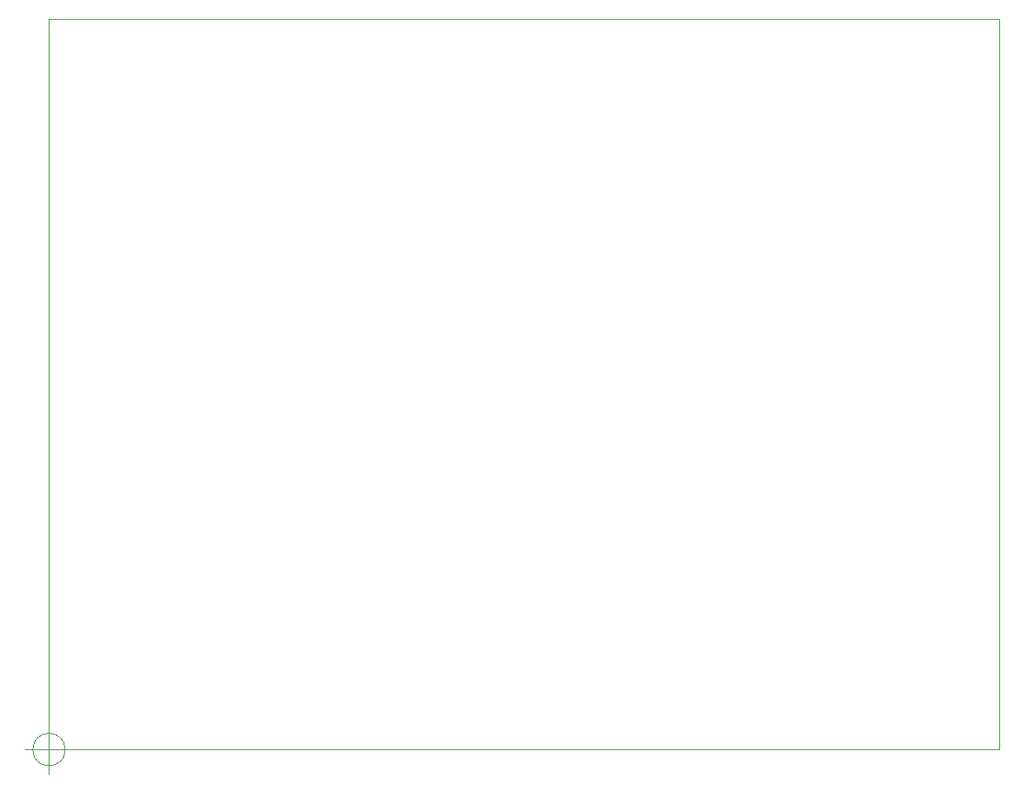
<source format=gbr>
%TF.GenerationSoftware,KiCad,Pcbnew,(5.1.6)-1*%
%TF.CreationDate,2020-12-18T22:44:25+08:00*%
%TF.ProjectId,_______,2c00e03e-2735-4ef2-9e6b-696361645f70,1.0.1*%
%TF.SameCoordinates,Original*%
%TF.FileFunction,Profile,NP*%
%FSLAX46Y46*%
G04 Gerber Fmt 4.6, Leading zero omitted, Abs format (unit mm)*
G04 Created by KiCad (PCBNEW (5.1.6)-1) date 2020-12-18 22:44:25*
%MOMM*%
%LPD*%
G01*
G04 APERTURE LIST*
%TA.AperFunction,Profile*%
%ADD10C,0.050000*%
%TD*%
G04 APERTURE END LIST*
D10*
X110500000Y-13000000D02*
X13000000Y-13000000D01*
X110500000Y-88000000D02*
X110500000Y-13000000D01*
X13000000Y-88000000D02*
X110500000Y-88000000D01*
X13000000Y-13000000D02*
X13000000Y-88000000D01*
X14666666Y-88000000D02*
G75*
G03*
X14666666Y-88000000I-1666666J0D01*
G01*
X10500000Y-88000000D02*
X15500000Y-88000000D01*
X13000000Y-85500000D02*
X13000000Y-90500000D01*
M02*

</source>
